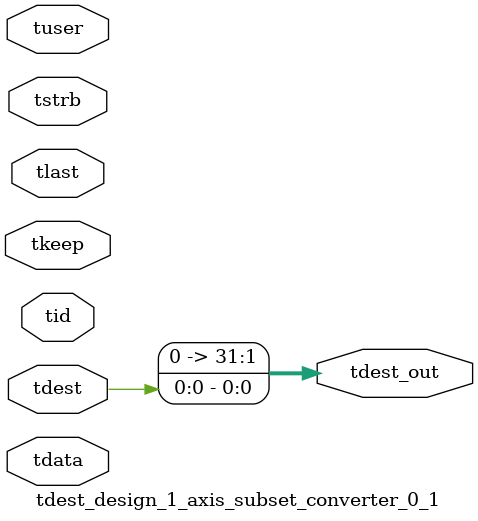
<source format=v>


`timescale 1ps/1ps

module tdest_design_1_axis_subset_converter_0_1 #
(
parameter C_S_AXIS_TDATA_WIDTH = 32,
parameter C_S_AXIS_TUSER_WIDTH = 0,
parameter C_S_AXIS_TID_WIDTH   = 0,
parameter C_S_AXIS_TDEST_WIDTH = 0,
parameter C_M_AXIS_TDEST_WIDTH = 32
)
(
input  [(C_S_AXIS_TDATA_WIDTH == 0 ? 1 : C_S_AXIS_TDATA_WIDTH)-1:0     ] tdata,
input  [(C_S_AXIS_TUSER_WIDTH == 0 ? 1 : C_S_AXIS_TUSER_WIDTH)-1:0     ] tuser,
input  [(C_S_AXIS_TID_WIDTH   == 0 ? 1 : C_S_AXIS_TID_WIDTH)-1:0       ] tid,
input  [(C_S_AXIS_TDEST_WIDTH == 0 ? 1 : C_S_AXIS_TDEST_WIDTH)-1:0     ] tdest,
input  [(C_S_AXIS_TDATA_WIDTH/8)-1:0 ] tkeep,
input  [(C_S_AXIS_TDATA_WIDTH/8)-1:0 ] tstrb,
input                                                                    tlast,
output [C_M_AXIS_TDEST_WIDTH-1:0] tdest_out
);

assign tdest_out = {tdest[0:0]};

endmodule


</source>
